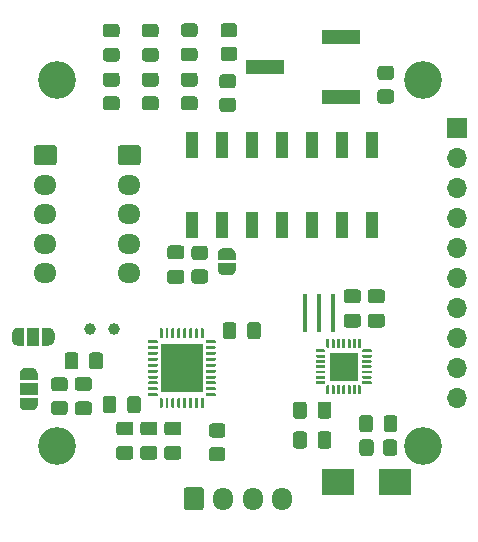
<source format=gts>
G04 #@! TF.GenerationSoftware,KiCad,Pcbnew,(5.1.12-1-10_14)*
G04 #@! TF.CreationDate,2021-12-21T11:16:05-05:00*
G04 #@! TF.ProjectId,FlowerPeripheral,466c6f77-6572-4506-9572-697068657261,rev?*
G04 #@! TF.SameCoordinates,Original*
G04 #@! TF.FileFunction,Soldermask,Top*
G04 #@! TF.FilePolarity,Negative*
%FSLAX46Y46*%
G04 Gerber Fmt 4.6, Leading zero omitted, Abs format (unit mm)*
G04 Created by KiCad (PCBNEW (5.1.12-1-10_14)) date 2021-12-21 11:16:05*
%MOMM*%
%LPD*%
G01*
G04 APERTURE LIST*
%ADD10R,0.400000X3.200000*%
%ADD11C,1.000000*%
%ADD12C,0.100000*%
%ADD13R,2.400000X2.400000*%
%ADD14C,3.200000*%
%ADD15O,1.700000X1.950000*%
%ADD16O,1.950000X1.700000*%
%ADD17R,1.120000X2.160000*%
%ADD18R,2.800000X2.200000*%
%ADD19R,3.600000X4.100000*%
%ADD20R,3.300000X1.190000*%
%ADD21R,1.700000X1.700000*%
%ADD22O,1.700000X1.700000*%
%ADD23R,1.000000X1.500000*%
%ADD24R,1.500000X1.000000*%
G04 APERTURE END LIST*
G36*
G01*
X131175000Y-105775000D02*
X131175000Y-104825000D01*
G75*
G02*
X131425000Y-104575000I250000J0D01*
G01*
X132100000Y-104575000D01*
G75*
G02*
X132350000Y-104825000I0J-250000D01*
G01*
X132350000Y-105775000D01*
G75*
G02*
X132100000Y-106025000I-250000J0D01*
G01*
X131425000Y-106025000D01*
G75*
G02*
X131175000Y-105775000I0J250000D01*
G01*
G37*
G36*
G01*
X133250000Y-105775000D02*
X133250000Y-104825000D01*
G75*
G02*
X133500000Y-104575000I250000J0D01*
G01*
X134175000Y-104575000D01*
G75*
G02*
X134425000Y-104825000I0J-250000D01*
G01*
X134425000Y-105775000D01*
G75*
G02*
X134175000Y-106025000I-250000J0D01*
G01*
X133500000Y-106025000D01*
G75*
G02*
X133250000Y-105775000I0J250000D01*
G01*
G37*
D10*
X153892100Y-101282500D03*
X152692100Y-101282500D03*
X151492100Y-101282500D03*
G36*
G01*
X158043900Y-100413400D02*
X157093900Y-100413400D01*
G75*
G02*
X156843900Y-100163400I0J250000D01*
G01*
X156843900Y-99488400D01*
G75*
G02*
X157093900Y-99238400I250000J0D01*
G01*
X158043900Y-99238400D01*
G75*
G02*
X158293900Y-99488400I0J-250000D01*
G01*
X158293900Y-100163400D01*
G75*
G02*
X158043900Y-100413400I-250000J0D01*
G01*
G37*
G36*
G01*
X158043900Y-102488400D02*
X157093900Y-102488400D01*
G75*
G02*
X156843900Y-102238400I0J250000D01*
G01*
X156843900Y-101563400D01*
G75*
G02*
X157093900Y-101313400I250000J0D01*
G01*
X158043900Y-101313400D01*
G75*
G02*
X158293900Y-101563400I0J-250000D01*
G01*
X158293900Y-102238400D01*
G75*
G02*
X158043900Y-102488400I-250000J0D01*
G01*
G37*
G36*
G01*
X156011900Y-102488400D02*
X155061900Y-102488400D01*
G75*
G02*
X154811900Y-102238400I0J250000D01*
G01*
X154811900Y-101563400D01*
G75*
G02*
X155061900Y-101313400I250000J0D01*
G01*
X156011900Y-101313400D01*
G75*
G02*
X156261900Y-101563400I0J-250000D01*
G01*
X156261900Y-102238400D01*
G75*
G02*
X156011900Y-102488400I-250000J0D01*
G01*
G37*
G36*
G01*
X156011900Y-100413400D02*
X155061900Y-100413400D01*
G75*
G02*
X154811900Y-100163400I0J250000D01*
G01*
X154811900Y-99488400D01*
G75*
G02*
X155061900Y-99238400I250000J0D01*
G01*
X156011900Y-99238400D01*
G75*
G02*
X156261900Y-99488400I0J-250000D01*
G01*
X156261900Y-100163400D01*
G75*
G02*
X156011900Y-100413400I-250000J0D01*
G01*
G37*
G36*
G01*
X139868000Y-112510000D02*
X140818000Y-112510000D01*
G75*
G02*
X141068000Y-112760000I0J-250000D01*
G01*
X141068000Y-113435000D01*
G75*
G02*
X140818000Y-113685000I-250000J0D01*
G01*
X139868000Y-113685000D01*
G75*
G02*
X139618000Y-113435000I0J250000D01*
G01*
X139618000Y-112760000D01*
G75*
G02*
X139868000Y-112510000I250000J0D01*
G01*
G37*
G36*
G01*
X139868000Y-110435000D02*
X140818000Y-110435000D01*
G75*
G02*
X141068000Y-110685000I0J-250000D01*
G01*
X141068000Y-111360000D01*
G75*
G02*
X140818000Y-111610000I-250000J0D01*
G01*
X139868000Y-111610000D01*
G75*
G02*
X139618000Y-111360000I0J250000D01*
G01*
X139618000Y-110685000D01*
G75*
G02*
X139868000Y-110435000I250000J0D01*
G01*
G37*
D11*
X135382000Y-102616000D03*
D12*
G36*
X156286799Y-104127305D02*
G01*
X156283242Y-104139030D01*
X156277467Y-104149835D01*
X156269694Y-104159306D01*
X156206306Y-104222694D01*
X156196835Y-104230467D01*
X156186030Y-104236242D01*
X156174305Y-104239799D01*
X156162112Y-104241000D01*
X156100500Y-104241000D01*
X156088307Y-104239799D01*
X156076582Y-104236242D01*
X156065777Y-104230467D01*
X156056306Y-104222694D01*
X156048533Y-104213223D01*
X156042758Y-104202418D01*
X156039201Y-104190693D01*
X156038000Y-104178500D01*
X156038000Y-103503500D01*
X156039201Y-103491307D01*
X156042758Y-103479582D01*
X156048533Y-103468777D01*
X156056306Y-103459306D01*
X156065777Y-103451533D01*
X156076582Y-103445758D01*
X156088307Y-103442201D01*
X156100500Y-103441000D01*
X156225500Y-103441000D01*
X156237693Y-103442201D01*
X156249418Y-103445758D01*
X156260223Y-103451533D01*
X156269694Y-103459306D01*
X156277467Y-103468777D01*
X156283242Y-103479582D01*
X156286799Y-103491307D01*
X156288000Y-103503500D01*
X156288000Y-104115112D01*
X156286799Y-104127305D01*
G37*
G36*
G01*
X155650500Y-103441000D02*
X155775500Y-103441000D01*
G75*
G02*
X155838000Y-103503500I0J-62500D01*
G01*
X155838000Y-104178500D01*
G75*
G02*
X155775500Y-104241000I-62500J0D01*
G01*
X155650500Y-104241000D01*
G75*
G02*
X155588000Y-104178500I0J62500D01*
G01*
X155588000Y-103503500D01*
G75*
G02*
X155650500Y-103441000I62500J0D01*
G01*
G37*
G36*
G01*
X155200500Y-103441000D02*
X155325500Y-103441000D01*
G75*
G02*
X155388000Y-103503500I0J-62500D01*
G01*
X155388000Y-104178500D01*
G75*
G02*
X155325500Y-104241000I-62500J0D01*
G01*
X155200500Y-104241000D01*
G75*
G02*
X155138000Y-104178500I0J62500D01*
G01*
X155138000Y-103503500D01*
G75*
G02*
X155200500Y-103441000I62500J0D01*
G01*
G37*
G36*
G01*
X154750500Y-103441000D02*
X154875500Y-103441000D01*
G75*
G02*
X154938000Y-103503500I0J-62500D01*
G01*
X154938000Y-104178500D01*
G75*
G02*
X154875500Y-104241000I-62500J0D01*
G01*
X154750500Y-104241000D01*
G75*
G02*
X154688000Y-104178500I0J62500D01*
G01*
X154688000Y-103503500D01*
G75*
G02*
X154750500Y-103441000I62500J0D01*
G01*
G37*
G36*
G01*
X154300500Y-103441000D02*
X154425500Y-103441000D01*
G75*
G02*
X154488000Y-103503500I0J-62500D01*
G01*
X154488000Y-104178500D01*
G75*
G02*
X154425500Y-104241000I-62500J0D01*
G01*
X154300500Y-104241000D01*
G75*
G02*
X154238000Y-104178500I0J62500D01*
G01*
X154238000Y-103503500D01*
G75*
G02*
X154300500Y-103441000I62500J0D01*
G01*
G37*
G36*
G01*
X153850500Y-103441000D02*
X153975500Y-103441000D01*
G75*
G02*
X154038000Y-103503500I0J-62500D01*
G01*
X154038000Y-104178500D01*
G75*
G02*
X153975500Y-104241000I-62500J0D01*
G01*
X153850500Y-104241000D01*
G75*
G02*
X153788000Y-104178500I0J62500D01*
G01*
X153788000Y-103503500D01*
G75*
G02*
X153850500Y-103441000I62500J0D01*
G01*
G37*
G36*
X153586799Y-104190693D02*
G01*
X153583242Y-104202418D01*
X153577467Y-104213223D01*
X153569694Y-104222694D01*
X153560223Y-104230467D01*
X153549418Y-104236242D01*
X153537693Y-104239799D01*
X153525500Y-104241000D01*
X153463888Y-104241000D01*
X153451695Y-104239799D01*
X153439970Y-104236242D01*
X153429165Y-104230467D01*
X153419694Y-104222694D01*
X153356306Y-104159306D01*
X153348533Y-104149835D01*
X153342758Y-104139030D01*
X153339201Y-104127305D01*
X153338000Y-104115112D01*
X153338000Y-103503500D01*
X153339201Y-103491307D01*
X153342758Y-103479582D01*
X153348533Y-103468777D01*
X153356306Y-103459306D01*
X153365777Y-103451533D01*
X153376582Y-103445758D01*
X153388307Y-103442201D01*
X153400500Y-103441000D01*
X153525500Y-103441000D01*
X153537693Y-103442201D01*
X153549418Y-103445758D01*
X153560223Y-103451533D01*
X153569694Y-103459306D01*
X153577467Y-103468777D01*
X153583242Y-103479582D01*
X153586799Y-103491307D01*
X153588000Y-103503500D01*
X153588000Y-104178500D01*
X153586799Y-104190693D01*
G37*
G36*
X153261799Y-104515693D02*
G01*
X153258242Y-104527418D01*
X153252467Y-104538223D01*
X153244694Y-104547694D01*
X153235223Y-104555467D01*
X153224418Y-104561242D01*
X153212693Y-104564799D01*
X153200500Y-104566000D01*
X152525500Y-104566000D01*
X152513307Y-104564799D01*
X152501582Y-104561242D01*
X152490777Y-104555467D01*
X152481306Y-104547694D01*
X152473533Y-104538223D01*
X152467758Y-104527418D01*
X152464201Y-104515693D01*
X152463000Y-104503500D01*
X152463000Y-104378500D01*
X152464201Y-104366307D01*
X152467758Y-104354582D01*
X152473533Y-104343777D01*
X152481306Y-104334306D01*
X152490777Y-104326533D01*
X152501582Y-104320758D01*
X152513307Y-104317201D01*
X152525500Y-104316000D01*
X153137112Y-104316000D01*
X153149305Y-104317201D01*
X153161030Y-104320758D01*
X153171835Y-104326533D01*
X153181306Y-104334306D01*
X153244694Y-104397694D01*
X153252467Y-104407165D01*
X153258242Y-104417970D01*
X153261799Y-104429695D01*
X153263000Y-104441888D01*
X153263000Y-104503500D01*
X153261799Y-104515693D01*
G37*
G36*
G01*
X152525500Y-104766000D02*
X153200500Y-104766000D01*
G75*
G02*
X153263000Y-104828500I0J-62500D01*
G01*
X153263000Y-104953500D01*
G75*
G02*
X153200500Y-105016000I-62500J0D01*
G01*
X152525500Y-105016000D01*
G75*
G02*
X152463000Y-104953500I0J62500D01*
G01*
X152463000Y-104828500D01*
G75*
G02*
X152525500Y-104766000I62500J0D01*
G01*
G37*
G36*
G01*
X152525500Y-105216000D02*
X153200500Y-105216000D01*
G75*
G02*
X153263000Y-105278500I0J-62500D01*
G01*
X153263000Y-105403500D01*
G75*
G02*
X153200500Y-105466000I-62500J0D01*
G01*
X152525500Y-105466000D01*
G75*
G02*
X152463000Y-105403500I0J62500D01*
G01*
X152463000Y-105278500D01*
G75*
G02*
X152525500Y-105216000I62500J0D01*
G01*
G37*
G36*
G01*
X152525500Y-105666000D02*
X153200500Y-105666000D01*
G75*
G02*
X153263000Y-105728500I0J-62500D01*
G01*
X153263000Y-105853500D01*
G75*
G02*
X153200500Y-105916000I-62500J0D01*
G01*
X152525500Y-105916000D01*
G75*
G02*
X152463000Y-105853500I0J62500D01*
G01*
X152463000Y-105728500D01*
G75*
G02*
X152525500Y-105666000I62500J0D01*
G01*
G37*
G36*
G01*
X152525500Y-106116000D02*
X153200500Y-106116000D01*
G75*
G02*
X153263000Y-106178500I0J-62500D01*
G01*
X153263000Y-106303500D01*
G75*
G02*
X153200500Y-106366000I-62500J0D01*
G01*
X152525500Y-106366000D01*
G75*
G02*
X152463000Y-106303500I0J62500D01*
G01*
X152463000Y-106178500D01*
G75*
G02*
X152525500Y-106116000I62500J0D01*
G01*
G37*
G36*
G01*
X152525500Y-106566000D02*
X153200500Y-106566000D01*
G75*
G02*
X153263000Y-106628500I0J-62500D01*
G01*
X153263000Y-106753500D01*
G75*
G02*
X153200500Y-106816000I-62500J0D01*
G01*
X152525500Y-106816000D01*
G75*
G02*
X152463000Y-106753500I0J62500D01*
G01*
X152463000Y-106628500D01*
G75*
G02*
X152525500Y-106566000I62500J0D01*
G01*
G37*
G36*
X153261799Y-107152305D02*
G01*
X153258242Y-107164030D01*
X153252467Y-107174835D01*
X153244694Y-107184306D01*
X153181306Y-107247694D01*
X153171835Y-107255467D01*
X153161030Y-107261242D01*
X153149305Y-107264799D01*
X153137112Y-107266000D01*
X152525500Y-107266000D01*
X152513307Y-107264799D01*
X152501582Y-107261242D01*
X152490777Y-107255467D01*
X152481306Y-107247694D01*
X152473533Y-107238223D01*
X152467758Y-107227418D01*
X152464201Y-107215693D01*
X152463000Y-107203500D01*
X152463000Y-107078500D01*
X152464201Y-107066307D01*
X152467758Y-107054582D01*
X152473533Y-107043777D01*
X152481306Y-107034306D01*
X152490777Y-107026533D01*
X152501582Y-107020758D01*
X152513307Y-107017201D01*
X152525500Y-107016000D01*
X153200500Y-107016000D01*
X153212693Y-107017201D01*
X153224418Y-107020758D01*
X153235223Y-107026533D01*
X153244694Y-107034306D01*
X153252467Y-107043777D01*
X153258242Y-107054582D01*
X153261799Y-107066307D01*
X153263000Y-107078500D01*
X153263000Y-107140112D01*
X153261799Y-107152305D01*
G37*
G36*
X153586799Y-108090693D02*
G01*
X153583242Y-108102418D01*
X153577467Y-108113223D01*
X153569694Y-108122694D01*
X153560223Y-108130467D01*
X153549418Y-108136242D01*
X153537693Y-108139799D01*
X153525500Y-108141000D01*
X153400500Y-108141000D01*
X153388307Y-108139799D01*
X153376582Y-108136242D01*
X153365777Y-108130467D01*
X153356306Y-108122694D01*
X153348533Y-108113223D01*
X153342758Y-108102418D01*
X153339201Y-108090693D01*
X153338000Y-108078500D01*
X153338000Y-107466888D01*
X153339201Y-107454695D01*
X153342758Y-107442970D01*
X153348533Y-107432165D01*
X153356306Y-107422694D01*
X153419694Y-107359306D01*
X153429165Y-107351533D01*
X153439970Y-107345758D01*
X153451695Y-107342201D01*
X153463888Y-107341000D01*
X153525500Y-107341000D01*
X153537693Y-107342201D01*
X153549418Y-107345758D01*
X153560223Y-107351533D01*
X153569694Y-107359306D01*
X153577467Y-107368777D01*
X153583242Y-107379582D01*
X153586799Y-107391307D01*
X153588000Y-107403500D01*
X153588000Y-108078500D01*
X153586799Y-108090693D01*
G37*
G36*
G01*
X153850500Y-107341000D02*
X153975500Y-107341000D01*
G75*
G02*
X154038000Y-107403500I0J-62500D01*
G01*
X154038000Y-108078500D01*
G75*
G02*
X153975500Y-108141000I-62500J0D01*
G01*
X153850500Y-108141000D01*
G75*
G02*
X153788000Y-108078500I0J62500D01*
G01*
X153788000Y-107403500D01*
G75*
G02*
X153850500Y-107341000I62500J0D01*
G01*
G37*
G36*
G01*
X154300500Y-107341000D02*
X154425500Y-107341000D01*
G75*
G02*
X154488000Y-107403500I0J-62500D01*
G01*
X154488000Y-108078500D01*
G75*
G02*
X154425500Y-108141000I-62500J0D01*
G01*
X154300500Y-108141000D01*
G75*
G02*
X154238000Y-108078500I0J62500D01*
G01*
X154238000Y-107403500D01*
G75*
G02*
X154300500Y-107341000I62500J0D01*
G01*
G37*
G36*
G01*
X154750500Y-107341000D02*
X154875500Y-107341000D01*
G75*
G02*
X154938000Y-107403500I0J-62500D01*
G01*
X154938000Y-108078500D01*
G75*
G02*
X154875500Y-108141000I-62500J0D01*
G01*
X154750500Y-108141000D01*
G75*
G02*
X154688000Y-108078500I0J62500D01*
G01*
X154688000Y-107403500D01*
G75*
G02*
X154750500Y-107341000I62500J0D01*
G01*
G37*
G36*
G01*
X155200500Y-107341000D02*
X155325500Y-107341000D01*
G75*
G02*
X155388000Y-107403500I0J-62500D01*
G01*
X155388000Y-108078500D01*
G75*
G02*
X155325500Y-108141000I-62500J0D01*
G01*
X155200500Y-108141000D01*
G75*
G02*
X155138000Y-108078500I0J62500D01*
G01*
X155138000Y-107403500D01*
G75*
G02*
X155200500Y-107341000I62500J0D01*
G01*
G37*
G36*
G01*
X155650500Y-107341000D02*
X155775500Y-107341000D01*
G75*
G02*
X155838000Y-107403500I0J-62500D01*
G01*
X155838000Y-108078500D01*
G75*
G02*
X155775500Y-108141000I-62500J0D01*
G01*
X155650500Y-108141000D01*
G75*
G02*
X155588000Y-108078500I0J62500D01*
G01*
X155588000Y-107403500D01*
G75*
G02*
X155650500Y-107341000I62500J0D01*
G01*
G37*
G36*
X156286799Y-108090693D02*
G01*
X156283242Y-108102418D01*
X156277467Y-108113223D01*
X156269694Y-108122694D01*
X156260223Y-108130467D01*
X156249418Y-108136242D01*
X156237693Y-108139799D01*
X156225500Y-108141000D01*
X156100500Y-108141000D01*
X156088307Y-108139799D01*
X156076582Y-108136242D01*
X156065777Y-108130467D01*
X156056306Y-108122694D01*
X156048533Y-108113223D01*
X156042758Y-108102418D01*
X156039201Y-108090693D01*
X156038000Y-108078500D01*
X156038000Y-107403500D01*
X156039201Y-107391307D01*
X156042758Y-107379582D01*
X156048533Y-107368777D01*
X156056306Y-107359306D01*
X156065777Y-107351533D01*
X156076582Y-107345758D01*
X156088307Y-107342201D01*
X156100500Y-107341000D01*
X156162112Y-107341000D01*
X156174305Y-107342201D01*
X156186030Y-107345758D01*
X156196835Y-107351533D01*
X156206306Y-107359306D01*
X156269694Y-107422694D01*
X156277467Y-107432165D01*
X156283242Y-107442970D01*
X156286799Y-107454695D01*
X156288000Y-107466888D01*
X156288000Y-108078500D01*
X156286799Y-108090693D01*
G37*
G36*
X157161799Y-107215693D02*
G01*
X157158242Y-107227418D01*
X157152467Y-107238223D01*
X157144694Y-107247694D01*
X157135223Y-107255467D01*
X157124418Y-107261242D01*
X157112693Y-107264799D01*
X157100500Y-107266000D01*
X156488888Y-107266000D01*
X156476695Y-107264799D01*
X156464970Y-107261242D01*
X156454165Y-107255467D01*
X156444694Y-107247694D01*
X156381306Y-107184306D01*
X156373533Y-107174835D01*
X156367758Y-107164030D01*
X156364201Y-107152305D01*
X156363000Y-107140112D01*
X156363000Y-107078500D01*
X156364201Y-107066307D01*
X156367758Y-107054582D01*
X156373533Y-107043777D01*
X156381306Y-107034306D01*
X156390777Y-107026533D01*
X156401582Y-107020758D01*
X156413307Y-107017201D01*
X156425500Y-107016000D01*
X157100500Y-107016000D01*
X157112693Y-107017201D01*
X157124418Y-107020758D01*
X157135223Y-107026533D01*
X157144694Y-107034306D01*
X157152467Y-107043777D01*
X157158242Y-107054582D01*
X157161799Y-107066307D01*
X157163000Y-107078500D01*
X157163000Y-107203500D01*
X157161799Y-107215693D01*
G37*
G36*
G01*
X156425500Y-106566000D02*
X157100500Y-106566000D01*
G75*
G02*
X157163000Y-106628500I0J-62500D01*
G01*
X157163000Y-106753500D01*
G75*
G02*
X157100500Y-106816000I-62500J0D01*
G01*
X156425500Y-106816000D01*
G75*
G02*
X156363000Y-106753500I0J62500D01*
G01*
X156363000Y-106628500D01*
G75*
G02*
X156425500Y-106566000I62500J0D01*
G01*
G37*
G36*
G01*
X156425500Y-106116000D02*
X157100500Y-106116000D01*
G75*
G02*
X157163000Y-106178500I0J-62500D01*
G01*
X157163000Y-106303500D01*
G75*
G02*
X157100500Y-106366000I-62500J0D01*
G01*
X156425500Y-106366000D01*
G75*
G02*
X156363000Y-106303500I0J62500D01*
G01*
X156363000Y-106178500D01*
G75*
G02*
X156425500Y-106116000I62500J0D01*
G01*
G37*
G36*
G01*
X156425500Y-105666000D02*
X157100500Y-105666000D01*
G75*
G02*
X157163000Y-105728500I0J-62500D01*
G01*
X157163000Y-105853500D01*
G75*
G02*
X157100500Y-105916000I-62500J0D01*
G01*
X156425500Y-105916000D01*
G75*
G02*
X156363000Y-105853500I0J62500D01*
G01*
X156363000Y-105728500D01*
G75*
G02*
X156425500Y-105666000I62500J0D01*
G01*
G37*
G36*
G01*
X156425500Y-105216000D02*
X157100500Y-105216000D01*
G75*
G02*
X157163000Y-105278500I0J-62500D01*
G01*
X157163000Y-105403500D01*
G75*
G02*
X157100500Y-105466000I-62500J0D01*
G01*
X156425500Y-105466000D01*
G75*
G02*
X156363000Y-105403500I0J62500D01*
G01*
X156363000Y-105278500D01*
G75*
G02*
X156425500Y-105216000I62500J0D01*
G01*
G37*
G36*
G01*
X156425500Y-104766000D02*
X157100500Y-104766000D01*
G75*
G02*
X157163000Y-104828500I0J-62500D01*
G01*
X157163000Y-104953500D01*
G75*
G02*
X157100500Y-105016000I-62500J0D01*
G01*
X156425500Y-105016000D01*
G75*
G02*
X156363000Y-104953500I0J62500D01*
G01*
X156363000Y-104828500D01*
G75*
G02*
X156425500Y-104766000I62500J0D01*
G01*
G37*
G36*
X157161799Y-104515693D02*
G01*
X157158242Y-104527418D01*
X157152467Y-104538223D01*
X157144694Y-104547694D01*
X157135223Y-104555467D01*
X157124418Y-104561242D01*
X157112693Y-104564799D01*
X157100500Y-104566000D01*
X156425500Y-104566000D01*
X156413307Y-104564799D01*
X156401582Y-104561242D01*
X156390777Y-104555467D01*
X156381306Y-104547694D01*
X156373533Y-104538223D01*
X156367758Y-104527418D01*
X156364201Y-104515693D01*
X156363000Y-104503500D01*
X156363000Y-104441888D01*
X156364201Y-104429695D01*
X156367758Y-104417970D01*
X156373533Y-104407165D01*
X156381306Y-104397694D01*
X156444694Y-104334306D01*
X156454165Y-104326533D01*
X156464970Y-104320758D01*
X156476695Y-104317201D01*
X156488888Y-104316000D01*
X157100500Y-104316000D01*
X157112693Y-104317201D01*
X157124418Y-104320758D01*
X157135223Y-104326533D01*
X157144694Y-104334306D01*
X157152467Y-104343777D01*
X157158242Y-104354582D01*
X157161799Y-104366307D01*
X157163000Y-104378500D01*
X157163000Y-104503500D01*
X157161799Y-104515693D01*
G37*
D13*
X154813000Y-105791000D03*
D11*
X133350000Y-102616000D03*
D12*
G36*
X144157000Y-96751000D02*
G01*
X144157000Y-96251000D01*
X144157602Y-96251000D01*
X144157602Y-96226466D01*
X144162412Y-96177635D01*
X144171984Y-96129510D01*
X144186228Y-96082555D01*
X144205005Y-96037222D01*
X144228136Y-95993949D01*
X144255396Y-95953150D01*
X144286524Y-95915221D01*
X144321221Y-95880524D01*
X144359150Y-95849396D01*
X144399949Y-95822136D01*
X144443222Y-95799005D01*
X144488555Y-95780228D01*
X144535510Y-95765984D01*
X144583635Y-95756412D01*
X144632466Y-95751602D01*
X144657000Y-95751602D01*
X144657000Y-95751000D01*
X145157000Y-95751000D01*
X145157000Y-95751602D01*
X145181534Y-95751602D01*
X145230365Y-95756412D01*
X145278490Y-95765984D01*
X145325445Y-95780228D01*
X145370778Y-95799005D01*
X145414051Y-95822136D01*
X145454850Y-95849396D01*
X145492779Y-95880524D01*
X145527476Y-95915221D01*
X145558604Y-95953150D01*
X145585864Y-95993949D01*
X145608995Y-96037222D01*
X145627772Y-96082555D01*
X145642016Y-96129510D01*
X145651588Y-96177635D01*
X145656398Y-96226466D01*
X145656398Y-96251000D01*
X145657000Y-96251000D01*
X145657000Y-96751000D01*
X144157000Y-96751000D01*
G37*
G36*
X145656398Y-97551000D02*
G01*
X145656398Y-97575534D01*
X145651588Y-97624365D01*
X145642016Y-97672490D01*
X145627772Y-97719445D01*
X145608995Y-97764778D01*
X145585864Y-97808051D01*
X145558604Y-97848850D01*
X145527476Y-97886779D01*
X145492779Y-97921476D01*
X145454850Y-97952604D01*
X145414051Y-97979864D01*
X145370778Y-98002995D01*
X145325445Y-98021772D01*
X145278490Y-98036016D01*
X145230365Y-98045588D01*
X145181534Y-98050398D01*
X145157000Y-98050398D01*
X145157000Y-98051000D01*
X144657000Y-98051000D01*
X144657000Y-98050398D01*
X144632466Y-98050398D01*
X144583635Y-98045588D01*
X144535510Y-98036016D01*
X144488555Y-98021772D01*
X144443222Y-98002995D01*
X144399949Y-97979864D01*
X144359150Y-97952604D01*
X144321221Y-97921476D01*
X144286524Y-97886779D01*
X144255396Y-97848850D01*
X144228136Y-97808051D01*
X144205005Y-97764778D01*
X144186228Y-97719445D01*
X144171984Y-97672490D01*
X144162412Y-97624365D01*
X144157602Y-97575534D01*
X144157602Y-97551000D01*
X144157000Y-97551000D01*
X144157000Y-97051000D01*
X145657000Y-97051000D01*
X145657000Y-97551000D01*
X145656398Y-97551000D01*
G37*
G36*
G01*
X135567000Y-108525000D02*
X135567000Y-109475000D01*
G75*
G02*
X135317000Y-109725000I-250000J0D01*
G01*
X134642000Y-109725000D01*
G75*
G02*
X134392000Y-109475000I0J250000D01*
G01*
X134392000Y-108525000D01*
G75*
G02*
X134642000Y-108275000I250000J0D01*
G01*
X135317000Y-108275000D01*
G75*
G02*
X135567000Y-108525000I0J-250000D01*
G01*
G37*
G36*
G01*
X137642000Y-108525000D02*
X137642000Y-109475000D01*
G75*
G02*
X137392000Y-109725000I-250000J0D01*
G01*
X136717000Y-109725000D01*
G75*
G02*
X136467000Y-109475000I0J250000D01*
G01*
X136467000Y-108525000D01*
G75*
G02*
X136717000Y-108275000I250000J0D01*
G01*
X137392000Y-108275000D01*
G75*
G02*
X137642000Y-108525000I0J-250000D01*
G01*
G37*
G36*
G01*
X144552000Y-103218000D02*
X144552000Y-102268000D01*
G75*
G02*
X144802000Y-102018000I250000J0D01*
G01*
X145477000Y-102018000D01*
G75*
G02*
X145727000Y-102268000I0J-250000D01*
G01*
X145727000Y-103218000D01*
G75*
G02*
X145477000Y-103468000I-250000J0D01*
G01*
X144802000Y-103468000D01*
G75*
G02*
X144552000Y-103218000I0J250000D01*
G01*
G37*
G36*
G01*
X146627000Y-103218000D02*
X146627000Y-102268000D01*
G75*
G02*
X146877000Y-102018000I250000J0D01*
G01*
X147552000Y-102018000D01*
G75*
G02*
X147802000Y-102268000I0J-250000D01*
G01*
X147802000Y-103218000D01*
G75*
G02*
X147552000Y-103468000I-250000J0D01*
G01*
X146877000Y-103468000D01*
G75*
G02*
X146627000Y-103218000I0J250000D01*
G01*
G37*
G36*
G01*
X133244000Y-107838000D02*
X132294000Y-107838000D01*
G75*
G02*
X132044000Y-107588000I0J250000D01*
G01*
X132044000Y-106913000D01*
G75*
G02*
X132294000Y-106663000I250000J0D01*
G01*
X133244000Y-106663000D01*
G75*
G02*
X133494000Y-106913000I0J-250000D01*
G01*
X133494000Y-107588000D01*
G75*
G02*
X133244000Y-107838000I-250000J0D01*
G01*
G37*
G36*
G01*
X133244000Y-109913000D02*
X132294000Y-109913000D01*
G75*
G02*
X132044000Y-109663000I0J250000D01*
G01*
X132044000Y-108988000D01*
G75*
G02*
X132294000Y-108738000I250000J0D01*
G01*
X133244000Y-108738000D01*
G75*
G02*
X133494000Y-108988000I0J-250000D01*
G01*
X133494000Y-109663000D01*
G75*
G02*
X133244000Y-109913000I-250000J0D01*
G01*
G37*
G36*
G01*
X137836000Y-110435000D02*
X138786000Y-110435000D01*
G75*
G02*
X139036000Y-110685000I0J-250000D01*
G01*
X139036000Y-111360000D01*
G75*
G02*
X138786000Y-111610000I-250000J0D01*
G01*
X137836000Y-111610000D01*
G75*
G02*
X137586000Y-111360000I0J250000D01*
G01*
X137586000Y-110685000D01*
G75*
G02*
X137836000Y-110435000I250000J0D01*
G01*
G37*
G36*
G01*
X137836000Y-112510000D02*
X138786000Y-112510000D01*
G75*
G02*
X139036000Y-112760000I0J-250000D01*
G01*
X139036000Y-113435000D01*
G75*
G02*
X138786000Y-113685000I-250000J0D01*
G01*
X137836000Y-113685000D01*
G75*
G02*
X137586000Y-113435000I0J250000D01*
G01*
X137586000Y-112760000D01*
G75*
G02*
X137836000Y-112510000I250000J0D01*
G01*
G37*
G36*
G01*
X141064000Y-96705000D02*
X140114000Y-96705000D01*
G75*
G02*
X139864000Y-96455000I0J250000D01*
G01*
X139864000Y-95780000D01*
G75*
G02*
X140114000Y-95530000I250000J0D01*
G01*
X141064000Y-95530000D01*
G75*
G02*
X141314000Y-95780000I0J-250000D01*
G01*
X141314000Y-96455000D01*
G75*
G02*
X141064000Y-96705000I-250000J0D01*
G01*
G37*
G36*
G01*
X141064000Y-98780000D02*
X140114000Y-98780000D01*
G75*
G02*
X139864000Y-98530000I0J250000D01*
G01*
X139864000Y-97855000D01*
G75*
G02*
X140114000Y-97605000I250000J0D01*
G01*
X141064000Y-97605000D01*
G75*
G02*
X141314000Y-97855000I0J-250000D01*
G01*
X141314000Y-98530000D01*
G75*
G02*
X141064000Y-98780000I-250000J0D01*
G01*
G37*
G36*
G01*
X136754000Y-113685000D02*
X135804000Y-113685000D01*
G75*
G02*
X135554000Y-113435000I0J250000D01*
G01*
X135554000Y-112760000D01*
G75*
G02*
X135804000Y-112510000I250000J0D01*
G01*
X136754000Y-112510000D01*
G75*
G02*
X137004000Y-112760000I0J-250000D01*
G01*
X137004000Y-113435000D01*
G75*
G02*
X136754000Y-113685000I-250000J0D01*
G01*
G37*
G36*
G01*
X136754000Y-111610000D02*
X135804000Y-111610000D01*
G75*
G02*
X135554000Y-111360000I0J250000D01*
G01*
X135554000Y-110685000D01*
G75*
G02*
X135804000Y-110435000I250000J0D01*
G01*
X136754000Y-110435000D01*
G75*
G02*
X137004000Y-110685000I0J-250000D01*
G01*
X137004000Y-111360000D01*
G75*
G02*
X136754000Y-111610000I-250000J0D01*
G01*
G37*
G36*
G01*
X131187001Y-109888000D02*
X130286999Y-109888000D01*
G75*
G02*
X130037000Y-109638001I0J249999D01*
G01*
X130037000Y-108937999D01*
G75*
G02*
X130286999Y-108688000I249999J0D01*
G01*
X131187001Y-108688000D01*
G75*
G02*
X131437000Y-108937999I0J-249999D01*
G01*
X131437000Y-109638001D01*
G75*
G02*
X131187001Y-109888000I-249999J0D01*
G01*
G37*
G36*
G01*
X131187001Y-107888000D02*
X130286999Y-107888000D01*
G75*
G02*
X130037000Y-107638001I0J249999D01*
G01*
X130037000Y-106937999D01*
G75*
G02*
X130286999Y-106688000I249999J0D01*
G01*
X131187001Y-106688000D01*
G75*
G02*
X131437000Y-106937999I0J-249999D01*
G01*
X131437000Y-107638001D01*
G75*
G02*
X131187001Y-107888000I-249999J0D01*
G01*
G37*
G36*
G01*
X143649999Y-110600000D02*
X144550001Y-110600000D01*
G75*
G02*
X144800000Y-110849999I0J-249999D01*
G01*
X144800000Y-111550001D01*
G75*
G02*
X144550001Y-111800000I-249999J0D01*
G01*
X143649999Y-111800000D01*
G75*
G02*
X143400000Y-111550001I0J249999D01*
G01*
X143400000Y-110849999D01*
G75*
G02*
X143649999Y-110600000I249999J0D01*
G01*
G37*
G36*
G01*
X143649999Y-112600000D02*
X144550001Y-112600000D01*
G75*
G02*
X144800000Y-112849999I0J-249999D01*
G01*
X144800000Y-113550001D01*
G75*
G02*
X144550001Y-113800000I-249999J0D01*
G01*
X143649999Y-113800000D01*
G75*
G02*
X143400000Y-113550001I0J249999D01*
G01*
X143400000Y-112849999D01*
G75*
G02*
X143649999Y-112600000I249999J0D01*
G01*
G37*
G36*
G01*
X143071001Y-96755000D02*
X142170999Y-96755000D01*
G75*
G02*
X141921000Y-96505001I0J249999D01*
G01*
X141921000Y-95804999D01*
G75*
G02*
X142170999Y-95555000I249999J0D01*
G01*
X143071001Y-95555000D01*
G75*
G02*
X143321000Y-95804999I0J-249999D01*
G01*
X143321000Y-96505001D01*
G75*
G02*
X143071001Y-96755000I-249999J0D01*
G01*
G37*
G36*
G01*
X143071001Y-98755000D02*
X142170999Y-98755000D01*
G75*
G02*
X141921000Y-98505001I0J249999D01*
G01*
X141921000Y-97804999D01*
G75*
G02*
X142170999Y-97555000I249999J0D01*
G01*
X143071001Y-97555000D01*
G75*
G02*
X143321000Y-97804999I0J-249999D01*
G01*
X143321000Y-98505001D01*
G75*
G02*
X143071001Y-98755000I-249999J0D01*
G01*
G37*
D14*
X161500000Y-112500000D03*
X161500000Y-81500000D03*
X130500000Y-81500000D03*
X130500000Y-112500000D03*
G36*
G01*
X141263000Y-117692000D02*
X141263000Y-116242000D01*
G75*
G02*
X141513000Y-115992000I250000J0D01*
G01*
X142713000Y-115992000D01*
G75*
G02*
X142963000Y-116242000I0J-250000D01*
G01*
X142963000Y-117692000D01*
G75*
G02*
X142713000Y-117942000I-250000J0D01*
G01*
X141513000Y-117942000D01*
G75*
G02*
X141263000Y-117692000I0J250000D01*
G01*
G37*
D15*
X144613000Y-116967000D03*
X147113000Y-116967000D03*
X149613000Y-116967000D03*
D16*
X129540000Y-97884000D03*
X129540000Y-95384000D03*
X129540000Y-92884000D03*
X129540000Y-90384000D03*
G36*
G01*
X128815000Y-87034000D02*
X130265000Y-87034000D01*
G75*
G02*
X130515000Y-87284000I0J-250000D01*
G01*
X130515000Y-88484000D01*
G75*
G02*
X130265000Y-88734000I-250000J0D01*
G01*
X128815000Y-88734000D01*
G75*
G02*
X128565000Y-88484000I0J250000D01*
G01*
X128565000Y-87284000D01*
G75*
G02*
X128815000Y-87034000I250000J0D01*
G01*
G37*
G36*
G01*
X135927000Y-87034000D02*
X137377000Y-87034000D01*
G75*
G02*
X137627000Y-87284000I0J-250000D01*
G01*
X137627000Y-88484000D01*
G75*
G02*
X137377000Y-88734000I-250000J0D01*
G01*
X135927000Y-88734000D01*
G75*
G02*
X135677000Y-88484000I0J250000D01*
G01*
X135677000Y-87284000D01*
G75*
G02*
X135927000Y-87034000I250000J0D01*
G01*
G37*
X136652000Y-90384000D03*
X136652000Y-92884000D03*
X136652000Y-95384000D03*
X136652000Y-97884000D03*
D17*
X157226000Y-87059000D03*
X141986000Y-93789000D03*
X154686000Y-87059000D03*
X144526000Y-93789000D03*
X152146000Y-87059000D03*
X147066000Y-93789000D03*
X149606000Y-87059000D03*
X149606000Y-93789000D03*
X147066000Y-87059000D03*
X152146000Y-93789000D03*
X144526000Y-87059000D03*
X154686000Y-93789000D03*
X141986000Y-87059000D03*
X157226000Y-93789000D03*
G36*
G01*
X156109000Y-111092000D02*
X156109000Y-110142000D01*
G75*
G02*
X156359000Y-109892000I250000J0D01*
G01*
X157034000Y-109892000D01*
G75*
G02*
X157284000Y-110142000I0J-250000D01*
G01*
X157284000Y-111092000D01*
G75*
G02*
X157034000Y-111342000I-250000J0D01*
G01*
X156359000Y-111342000D01*
G75*
G02*
X156109000Y-111092000I0J250000D01*
G01*
G37*
G36*
G01*
X158184000Y-111092000D02*
X158184000Y-110142000D01*
G75*
G02*
X158434000Y-109892000I250000J0D01*
G01*
X159109000Y-109892000D01*
G75*
G02*
X159359000Y-110142000I0J-250000D01*
G01*
X159359000Y-111092000D01*
G75*
G02*
X159109000Y-111342000I-250000J0D01*
G01*
X158434000Y-111342000D01*
G75*
G02*
X158184000Y-111092000I0J250000D01*
G01*
G37*
G36*
G01*
X159334000Y-112198999D02*
X159334000Y-113099001D01*
G75*
G02*
X159084001Y-113349000I-249999J0D01*
G01*
X158383999Y-113349000D01*
G75*
G02*
X158134000Y-113099001I0J249999D01*
G01*
X158134000Y-112198999D01*
G75*
G02*
X158383999Y-111949000I249999J0D01*
G01*
X159084001Y-111949000D01*
G75*
G02*
X159334000Y-112198999I0J-249999D01*
G01*
G37*
G36*
G01*
X157334000Y-112198999D02*
X157334000Y-113099001D01*
G75*
G02*
X157084001Y-113349000I-249999J0D01*
G01*
X156383999Y-113349000D01*
G75*
G02*
X156134000Y-113099001I0J249999D01*
G01*
X156134000Y-112198999D01*
G75*
G02*
X156383999Y-111949000I249999J0D01*
G01*
X157084001Y-111949000D01*
G75*
G02*
X157334000Y-112198999I0J-249999D01*
G01*
G37*
D18*
X159118000Y-115570000D03*
X154318000Y-115570000D03*
G36*
G01*
X153771000Y-108999000D02*
X153771000Y-109949000D01*
G75*
G02*
X153521000Y-110199000I-250000J0D01*
G01*
X152846000Y-110199000D01*
G75*
G02*
X152596000Y-109949000I0J250000D01*
G01*
X152596000Y-108999000D01*
G75*
G02*
X152846000Y-108749000I250000J0D01*
G01*
X153521000Y-108749000D01*
G75*
G02*
X153771000Y-108999000I0J-250000D01*
G01*
G37*
G36*
G01*
X151696000Y-108999000D02*
X151696000Y-109949000D01*
G75*
G02*
X151446000Y-110199000I-250000J0D01*
G01*
X150771000Y-110199000D01*
G75*
G02*
X150521000Y-109949000I0J250000D01*
G01*
X150521000Y-108999000D01*
G75*
G02*
X150771000Y-108749000I250000J0D01*
G01*
X151446000Y-108749000D01*
G75*
G02*
X151696000Y-108999000I0J-250000D01*
G01*
G37*
G36*
G01*
X151696000Y-111525000D02*
X151696000Y-112475000D01*
G75*
G02*
X151446000Y-112725000I-250000J0D01*
G01*
X150771000Y-112725000D01*
G75*
G02*
X150521000Y-112475000I0J250000D01*
G01*
X150521000Y-111525000D01*
G75*
G02*
X150771000Y-111275000I250000J0D01*
G01*
X151446000Y-111275000D01*
G75*
G02*
X151696000Y-111525000I0J-250000D01*
G01*
G37*
G36*
G01*
X153771000Y-111525000D02*
X153771000Y-112475000D01*
G75*
G02*
X153521000Y-112725000I-250000J0D01*
G01*
X152846000Y-112725000D01*
G75*
G02*
X152596000Y-112475000I0J250000D01*
G01*
X152596000Y-111525000D01*
G75*
G02*
X152846000Y-111275000I250000J0D01*
G01*
X153521000Y-111275000D01*
G75*
G02*
X153771000Y-111525000I0J-250000D01*
G01*
G37*
G36*
G01*
X143972000Y-108105500D02*
X143972000Y-108230500D01*
G75*
G02*
X143909500Y-108293000I-62500J0D01*
G01*
X143184500Y-108293000D01*
G75*
G02*
X143122000Y-108230500I0J62500D01*
G01*
X143122000Y-108105500D01*
G75*
G02*
X143184500Y-108043000I62500J0D01*
G01*
X143909500Y-108043000D01*
G75*
G02*
X143972000Y-108105500I0J-62500D01*
G01*
G37*
G36*
G01*
X143972000Y-107605500D02*
X143972000Y-107730500D01*
G75*
G02*
X143909500Y-107793000I-62500J0D01*
G01*
X143184500Y-107793000D01*
G75*
G02*
X143122000Y-107730500I0J62500D01*
G01*
X143122000Y-107605500D01*
G75*
G02*
X143184500Y-107543000I62500J0D01*
G01*
X143909500Y-107543000D01*
G75*
G02*
X143972000Y-107605500I0J-62500D01*
G01*
G37*
G36*
G01*
X143972000Y-107105500D02*
X143972000Y-107230500D01*
G75*
G02*
X143909500Y-107293000I-62500J0D01*
G01*
X143184500Y-107293000D01*
G75*
G02*
X143122000Y-107230500I0J62500D01*
G01*
X143122000Y-107105500D01*
G75*
G02*
X143184500Y-107043000I62500J0D01*
G01*
X143909500Y-107043000D01*
G75*
G02*
X143972000Y-107105500I0J-62500D01*
G01*
G37*
G36*
G01*
X143972000Y-106605500D02*
X143972000Y-106730500D01*
G75*
G02*
X143909500Y-106793000I-62500J0D01*
G01*
X143184500Y-106793000D01*
G75*
G02*
X143122000Y-106730500I0J62500D01*
G01*
X143122000Y-106605500D01*
G75*
G02*
X143184500Y-106543000I62500J0D01*
G01*
X143909500Y-106543000D01*
G75*
G02*
X143972000Y-106605500I0J-62500D01*
G01*
G37*
G36*
G01*
X143972000Y-106105500D02*
X143972000Y-106230500D01*
G75*
G02*
X143909500Y-106293000I-62500J0D01*
G01*
X143184500Y-106293000D01*
G75*
G02*
X143122000Y-106230500I0J62500D01*
G01*
X143122000Y-106105500D01*
G75*
G02*
X143184500Y-106043000I62500J0D01*
G01*
X143909500Y-106043000D01*
G75*
G02*
X143972000Y-106105500I0J-62500D01*
G01*
G37*
G36*
G01*
X143972000Y-105605500D02*
X143972000Y-105730500D01*
G75*
G02*
X143909500Y-105793000I-62500J0D01*
G01*
X143184500Y-105793000D01*
G75*
G02*
X143122000Y-105730500I0J62500D01*
G01*
X143122000Y-105605500D01*
G75*
G02*
X143184500Y-105543000I62500J0D01*
G01*
X143909500Y-105543000D01*
G75*
G02*
X143972000Y-105605500I0J-62500D01*
G01*
G37*
G36*
G01*
X143972000Y-105105500D02*
X143972000Y-105230500D01*
G75*
G02*
X143909500Y-105293000I-62500J0D01*
G01*
X143184500Y-105293000D01*
G75*
G02*
X143122000Y-105230500I0J62500D01*
G01*
X143122000Y-105105500D01*
G75*
G02*
X143184500Y-105043000I62500J0D01*
G01*
X143909500Y-105043000D01*
G75*
G02*
X143972000Y-105105500I0J-62500D01*
G01*
G37*
G36*
G01*
X143972000Y-104605500D02*
X143972000Y-104730500D01*
G75*
G02*
X143909500Y-104793000I-62500J0D01*
G01*
X143184500Y-104793000D01*
G75*
G02*
X143122000Y-104730500I0J62500D01*
G01*
X143122000Y-104605500D01*
G75*
G02*
X143184500Y-104543000I62500J0D01*
G01*
X143909500Y-104543000D01*
G75*
G02*
X143972000Y-104605500I0J-62500D01*
G01*
G37*
G36*
G01*
X143972000Y-104105500D02*
X143972000Y-104230500D01*
G75*
G02*
X143909500Y-104293000I-62500J0D01*
G01*
X143184500Y-104293000D01*
G75*
G02*
X143122000Y-104230500I0J62500D01*
G01*
X143122000Y-104105500D01*
G75*
G02*
X143184500Y-104043000I62500J0D01*
G01*
X143909500Y-104043000D01*
G75*
G02*
X143972000Y-104105500I0J-62500D01*
G01*
G37*
G36*
G01*
X143972000Y-103605500D02*
X143972000Y-103730500D01*
G75*
G02*
X143909500Y-103793000I-62500J0D01*
G01*
X143184500Y-103793000D01*
G75*
G02*
X143122000Y-103730500I0J62500D01*
G01*
X143122000Y-103605500D01*
G75*
G02*
X143184500Y-103543000I62500J0D01*
G01*
X143909500Y-103543000D01*
G75*
G02*
X143972000Y-103605500I0J-62500D01*
G01*
G37*
G36*
G01*
X142972000Y-102605500D02*
X142972000Y-103330500D01*
G75*
G02*
X142909500Y-103393000I-62500J0D01*
G01*
X142784500Y-103393000D01*
G75*
G02*
X142722000Y-103330500I0J62500D01*
G01*
X142722000Y-102605500D01*
G75*
G02*
X142784500Y-102543000I62500J0D01*
G01*
X142909500Y-102543000D01*
G75*
G02*
X142972000Y-102605500I0J-62500D01*
G01*
G37*
G36*
G01*
X142472000Y-102605500D02*
X142472000Y-103330500D01*
G75*
G02*
X142409500Y-103393000I-62500J0D01*
G01*
X142284500Y-103393000D01*
G75*
G02*
X142222000Y-103330500I0J62500D01*
G01*
X142222000Y-102605500D01*
G75*
G02*
X142284500Y-102543000I62500J0D01*
G01*
X142409500Y-102543000D01*
G75*
G02*
X142472000Y-102605500I0J-62500D01*
G01*
G37*
G36*
G01*
X141972000Y-102605500D02*
X141972000Y-103330500D01*
G75*
G02*
X141909500Y-103393000I-62500J0D01*
G01*
X141784500Y-103393000D01*
G75*
G02*
X141722000Y-103330500I0J62500D01*
G01*
X141722000Y-102605500D01*
G75*
G02*
X141784500Y-102543000I62500J0D01*
G01*
X141909500Y-102543000D01*
G75*
G02*
X141972000Y-102605500I0J-62500D01*
G01*
G37*
G36*
G01*
X141472000Y-102605500D02*
X141472000Y-103330500D01*
G75*
G02*
X141409500Y-103393000I-62500J0D01*
G01*
X141284500Y-103393000D01*
G75*
G02*
X141222000Y-103330500I0J62500D01*
G01*
X141222000Y-102605500D01*
G75*
G02*
X141284500Y-102543000I62500J0D01*
G01*
X141409500Y-102543000D01*
G75*
G02*
X141472000Y-102605500I0J-62500D01*
G01*
G37*
G36*
G01*
X140972000Y-102605500D02*
X140972000Y-103330500D01*
G75*
G02*
X140909500Y-103393000I-62500J0D01*
G01*
X140784500Y-103393000D01*
G75*
G02*
X140722000Y-103330500I0J62500D01*
G01*
X140722000Y-102605500D01*
G75*
G02*
X140784500Y-102543000I62500J0D01*
G01*
X140909500Y-102543000D01*
G75*
G02*
X140972000Y-102605500I0J-62500D01*
G01*
G37*
G36*
G01*
X140472000Y-102605500D02*
X140472000Y-103330500D01*
G75*
G02*
X140409500Y-103393000I-62500J0D01*
G01*
X140284500Y-103393000D01*
G75*
G02*
X140222000Y-103330500I0J62500D01*
G01*
X140222000Y-102605500D01*
G75*
G02*
X140284500Y-102543000I62500J0D01*
G01*
X140409500Y-102543000D01*
G75*
G02*
X140472000Y-102605500I0J-62500D01*
G01*
G37*
G36*
G01*
X139972000Y-102605500D02*
X139972000Y-103330500D01*
G75*
G02*
X139909500Y-103393000I-62500J0D01*
G01*
X139784500Y-103393000D01*
G75*
G02*
X139722000Y-103330500I0J62500D01*
G01*
X139722000Y-102605500D01*
G75*
G02*
X139784500Y-102543000I62500J0D01*
G01*
X139909500Y-102543000D01*
G75*
G02*
X139972000Y-102605500I0J-62500D01*
G01*
G37*
G36*
G01*
X139472000Y-102605500D02*
X139472000Y-103330500D01*
G75*
G02*
X139409500Y-103393000I-62500J0D01*
G01*
X139284500Y-103393000D01*
G75*
G02*
X139222000Y-103330500I0J62500D01*
G01*
X139222000Y-102605500D01*
G75*
G02*
X139284500Y-102543000I62500J0D01*
G01*
X139409500Y-102543000D01*
G75*
G02*
X139472000Y-102605500I0J-62500D01*
G01*
G37*
G36*
G01*
X139072000Y-103605500D02*
X139072000Y-103730500D01*
G75*
G02*
X139009500Y-103793000I-62500J0D01*
G01*
X138284500Y-103793000D01*
G75*
G02*
X138222000Y-103730500I0J62500D01*
G01*
X138222000Y-103605500D01*
G75*
G02*
X138284500Y-103543000I62500J0D01*
G01*
X139009500Y-103543000D01*
G75*
G02*
X139072000Y-103605500I0J-62500D01*
G01*
G37*
G36*
G01*
X139072000Y-104105500D02*
X139072000Y-104230500D01*
G75*
G02*
X139009500Y-104293000I-62500J0D01*
G01*
X138284500Y-104293000D01*
G75*
G02*
X138222000Y-104230500I0J62500D01*
G01*
X138222000Y-104105500D01*
G75*
G02*
X138284500Y-104043000I62500J0D01*
G01*
X139009500Y-104043000D01*
G75*
G02*
X139072000Y-104105500I0J-62500D01*
G01*
G37*
G36*
G01*
X139072000Y-104605500D02*
X139072000Y-104730500D01*
G75*
G02*
X139009500Y-104793000I-62500J0D01*
G01*
X138284500Y-104793000D01*
G75*
G02*
X138222000Y-104730500I0J62500D01*
G01*
X138222000Y-104605500D01*
G75*
G02*
X138284500Y-104543000I62500J0D01*
G01*
X139009500Y-104543000D01*
G75*
G02*
X139072000Y-104605500I0J-62500D01*
G01*
G37*
G36*
G01*
X139072000Y-105105500D02*
X139072000Y-105230500D01*
G75*
G02*
X139009500Y-105293000I-62500J0D01*
G01*
X138284500Y-105293000D01*
G75*
G02*
X138222000Y-105230500I0J62500D01*
G01*
X138222000Y-105105500D01*
G75*
G02*
X138284500Y-105043000I62500J0D01*
G01*
X139009500Y-105043000D01*
G75*
G02*
X139072000Y-105105500I0J-62500D01*
G01*
G37*
G36*
G01*
X139072000Y-105605500D02*
X139072000Y-105730500D01*
G75*
G02*
X139009500Y-105793000I-62500J0D01*
G01*
X138284500Y-105793000D01*
G75*
G02*
X138222000Y-105730500I0J62500D01*
G01*
X138222000Y-105605500D01*
G75*
G02*
X138284500Y-105543000I62500J0D01*
G01*
X139009500Y-105543000D01*
G75*
G02*
X139072000Y-105605500I0J-62500D01*
G01*
G37*
G36*
G01*
X139072000Y-106105500D02*
X139072000Y-106230500D01*
G75*
G02*
X139009500Y-106293000I-62500J0D01*
G01*
X138284500Y-106293000D01*
G75*
G02*
X138222000Y-106230500I0J62500D01*
G01*
X138222000Y-106105500D01*
G75*
G02*
X138284500Y-106043000I62500J0D01*
G01*
X139009500Y-106043000D01*
G75*
G02*
X139072000Y-106105500I0J-62500D01*
G01*
G37*
G36*
G01*
X139072000Y-106605500D02*
X139072000Y-106730500D01*
G75*
G02*
X139009500Y-106793000I-62500J0D01*
G01*
X138284500Y-106793000D01*
G75*
G02*
X138222000Y-106730500I0J62500D01*
G01*
X138222000Y-106605500D01*
G75*
G02*
X138284500Y-106543000I62500J0D01*
G01*
X139009500Y-106543000D01*
G75*
G02*
X139072000Y-106605500I0J-62500D01*
G01*
G37*
G36*
G01*
X139072000Y-107105500D02*
X139072000Y-107230500D01*
G75*
G02*
X139009500Y-107293000I-62500J0D01*
G01*
X138284500Y-107293000D01*
G75*
G02*
X138222000Y-107230500I0J62500D01*
G01*
X138222000Y-107105500D01*
G75*
G02*
X138284500Y-107043000I62500J0D01*
G01*
X139009500Y-107043000D01*
G75*
G02*
X139072000Y-107105500I0J-62500D01*
G01*
G37*
G36*
G01*
X139072000Y-107605500D02*
X139072000Y-107730500D01*
G75*
G02*
X139009500Y-107793000I-62500J0D01*
G01*
X138284500Y-107793000D01*
G75*
G02*
X138222000Y-107730500I0J62500D01*
G01*
X138222000Y-107605500D01*
G75*
G02*
X138284500Y-107543000I62500J0D01*
G01*
X139009500Y-107543000D01*
G75*
G02*
X139072000Y-107605500I0J-62500D01*
G01*
G37*
G36*
G01*
X139072000Y-108105500D02*
X139072000Y-108230500D01*
G75*
G02*
X139009500Y-108293000I-62500J0D01*
G01*
X138284500Y-108293000D01*
G75*
G02*
X138222000Y-108230500I0J62500D01*
G01*
X138222000Y-108105500D01*
G75*
G02*
X138284500Y-108043000I62500J0D01*
G01*
X139009500Y-108043000D01*
G75*
G02*
X139072000Y-108105500I0J-62500D01*
G01*
G37*
G36*
G01*
X139472000Y-108505500D02*
X139472000Y-109230500D01*
G75*
G02*
X139409500Y-109293000I-62500J0D01*
G01*
X139284500Y-109293000D01*
G75*
G02*
X139222000Y-109230500I0J62500D01*
G01*
X139222000Y-108505500D01*
G75*
G02*
X139284500Y-108443000I62500J0D01*
G01*
X139409500Y-108443000D01*
G75*
G02*
X139472000Y-108505500I0J-62500D01*
G01*
G37*
G36*
G01*
X139972000Y-108505500D02*
X139972000Y-109230500D01*
G75*
G02*
X139909500Y-109293000I-62500J0D01*
G01*
X139784500Y-109293000D01*
G75*
G02*
X139722000Y-109230500I0J62500D01*
G01*
X139722000Y-108505500D01*
G75*
G02*
X139784500Y-108443000I62500J0D01*
G01*
X139909500Y-108443000D01*
G75*
G02*
X139972000Y-108505500I0J-62500D01*
G01*
G37*
G36*
G01*
X140472000Y-108505500D02*
X140472000Y-109230500D01*
G75*
G02*
X140409500Y-109293000I-62500J0D01*
G01*
X140284500Y-109293000D01*
G75*
G02*
X140222000Y-109230500I0J62500D01*
G01*
X140222000Y-108505500D01*
G75*
G02*
X140284500Y-108443000I62500J0D01*
G01*
X140409500Y-108443000D01*
G75*
G02*
X140472000Y-108505500I0J-62500D01*
G01*
G37*
G36*
G01*
X140972000Y-108505500D02*
X140972000Y-109230500D01*
G75*
G02*
X140909500Y-109293000I-62500J0D01*
G01*
X140784500Y-109293000D01*
G75*
G02*
X140722000Y-109230500I0J62500D01*
G01*
X140722000Y-108505500D01*
G75*
G02*
X140784500Y-108443000I62500J0D01*
G01*
X140909500Y-108443000D01*
G75*
G02*
X140972000Y-108505500I0J-62500D01*
G01*
G37*
G36*
G01*
X141472000Y-108505500D02*
X141472000Y-109230500D01*
G75*
G02*
X141409500Y-109293000I-62500J0D01*
G01*
X141284500Y-109293000D01*
G75*
G02*
X141222000Y-109230500I0J62500D01*
G01*
X141222000Y-108505500D01*
G75*
G02*
X141284500Y-108443000I62500J0D01*
G01*
X141409500Y-108443000D01*
G75*
G02*
X141472000Y-108505500I0J-62500D01*
G01*
G37*
G36*
G01*
X141972000Y-108505500D02*
X141972000Y-109230500D01*
G75*
G02*
X141909500Y-109293000I-62500J0D01*
G01*
X141784500Y-109293000D01*
G75*
G02*
X141722000Y-109230500I0J62500D01*
G01*
X141722000Y-108505500D01*
G75*
G02*
X141784500Y-108443000I62500J0D01*
G01*
X141909500Y-108443000D01*
G75*
G02*
X141972000Y-108505500I0J-62500D01*
G01*
G37*
G36*
G01*
X142472000Y-108505500D02*
X142472000Y-109230500D01*
G75*
G02*
X142409500Y-109293000I-62500J0D01*
G01*
X142284500Y-109293000D01*
G75*
G02*
X142222000Y-109230500I0J62500D01*
G01*
X142222000Y-108505500D01*
G75*
G02*
X142284500Y-108443000I62500J0D01*
G01*
X142409500Y-108443000D01*
G75*
G02*
X142472000Y-108505500I0J-62500D01*
G01*
G37*
G36*
G01*
X142972000Y-108505500D02*
X142972000Y-109230500D01*
G75*
G02*
X142909500Y-109293000I-62500J0D01*
G01*
X142784500Y-109293000D01*
G75*
G02*
X142722000Y-109230500I0J62500D01*
G01*
X142722000Y-108505500D01*
G75*
G02*
X142784500Y-108443000I62500J0D01*
G01*
X142909500Y-108443000D01*
G75*
G02*
X142972000Y-108505500I0J-62500D01*
G01*
G37*
D19*
X141097000Y-105918000D03*
D20*
X154584000Y-82931000D03*
X148184000Y-80391000D03*
X154584000Y-77851000D03*
D21*
X164401500Y-85598000D03*
D22*
X164401500Y-88138000D03*
X164401500Y-90678000D03*
X164401500Y-93218000D03*
X164401500Y-95758000D03*
X164401500Y-98298000D03*
X164401500Y-100838000D03*
X164401500Y-103378000D03*
X164401500Y-105918000D03*
X164401500Y-108458000D03*
G36*
G01*
X141281999Y-76733600D02*
X142182001Y-76733600D01*
G75*
G02*
X142432000Y-76983599I0J-249999D01*
G01*
X142432000Y-77633601D01*
G75*
G02*
X142182001Y-77883600I-249999J0D01*
G01*
X141281999Y-77883600D01*
G75*
G02*
X141032000Y-77633601I0J249999D01*
G01*
X141032000Y-76983599D01*
G75*
G02*
X141281999Y-76733600I249999J0D01*
G01*
G37*
G36*
G01*
X141281999Y-78783600D02*
X142182001Y-78783600D01*
G75*
G02*
X142432000Y-79033599I0J-249999D01*
G01*
X142432000Y-79683601D01*
G75*
G02*
X142182001Y-79933600I-249999J0D01*
G01*
X141281999Y-79933600D01*
G75*
G02*
X141032000Y-79683601I0J249999D01*
G01*
X141032000Y-79033599D01*
G75*
G02*
X141281999Y-78783600I249999J0D01*
G01*
G37*
G36*
G01*
X138880001Y-84099200D02*
X137979999Y-84099200D01*
G75*
G02*
X137730000Y-83849201I0J249999D01*
G01*
X137730000Y-83149199D01*
G75*
G02*
X137979999Y-82899200I249999J0D01*
G01*
X138880001Y-82899200D01*
G75*
G02*
X139130000Y-83149199I0J-249999D01*
G01*
X139130000Y-83849201D01*
G75*
G02*
X138880001Y-84099200I-249999J0D01*
G01*
G37*
G36*
G01*
X138880001Y-82099200D02*
X137979999Y-82099200D01*
G75*
G02*
X137730000Y-81849201I0J249999D01*
G01*
X137730000Y-81149199D01*
G75*
G02*
X137979999Y-80899200I249999J0D01*
G01*
X138880001Y-80899200D01*
G75*
G02*
X139130000Y-81149199I0J-249999D01*
G01*
X139130000Y-81849201D01*
G75*
G02*
X138880001Y-82099200I-249999J0D01*
G01*
G37*
G36*
G01*
X135578001Y-82099200D02*
X134677999Y-82099200D01*
G75*
G02*
X134428000Y-81849201I0J249999D01*
G01*
X134428000Y-81149199D01*
G75*
G02*
X134677999Y-80899200I249999J0D01*
G01*
X135578001Y-80899200D01*
G75*
G02*
X135828000Y-81149199I0J-249999D01*
G01*
X135828000Y-81849201D01*
G75*
G02*
X135578001Y-82099200I-249999J0D01*
G01*
G37*
G36*
G01*
X135578001Y-84099200D02*
X134677999Y-84099200D01*
G75*
G02*
X134428000Y-83849201I0J249999D01*
G01*
X134428000Y-83149199D01*
G75*
G02*
X134677999Y-82899200I249999J0D01*
G01*
X135578001Y-82899200D01*
G75*
G02*
X135828000Y-83149199I0J-249999D01*
G01*
X135828000Y-83849201D01*
G75*
G02*
X135578001Y-84099200I-249999J0D01*
G01*
G37*
G36*
G01*
X142182001Y-84099200D02*
X141281999Y-84099200D01*
G75*
G02*
X141032000Y-83849201I0J249999D01*
G01*
X141032000Y-83149199D01*
G75*
G02*
X141281999Y-82899200I249999J0D01*
G01*
X142182001Y-82899200D01*
G75*
G02*
X142432000Y-83149199I0J-249999D01*
G01*
X142432000Y-83849201D01*
G75*
G02*
X142182001Y-84099200I-249999J0D01*
G01*
G37*
G36*
G01*
X142182001Y-82099200D02*
X141281999Y-82099200D01*
G75*
G02*
X141032000Y-81849201I0J249999D01*
G01*
X141032000Y-81149199D01*
G75*
G02*
X141281999Y-80899200I249999J0D01*
G01*
X142182001Y-80899200D01*
G75*
G02*
X142432000Y-81149199I0J-249999D01*
G01*
X142432000Y-81849201D01*
G75*
G02*
X142182001Y-82099200I-249999J0D01*
G01*
G37*
G36*
G01*
X145433201Y-84226200D02*
X144533199Y-84226200D01*
G75*
G02*
X144283200Y-83976201I0J249999D01*
G01*
X144283200Y-83276199D01*
G75*
G02*
X144533199Y-83026200I249999J0D01*
G01*
X145433201Y-83026200D01*
G75*
G02*
X145683200Y-83276199I0J-249999D01*
G01*
X145683200Y-83976201D01*
G75*
G02*
X145433201Y-84226200I-249999J0D01*
G01*
G37*
G36*
G01*
X145433201Y-82226200D02*
X144533199Y-82226200D01*
G75*
G02*
X144283200Y-81976201I0J249999D01*
G01*
X144283200Y-81276199D01*
G75*
G02*
X144533199Y-81026200I249999J0D01*
G01*
X145433201Y-81026200D01*
G75*
G02*
X145683200Y-81276199I0J-249999D01*
G01*
X145683200Y-81976201D01*
G75*
G02*
X145433201Y-82226200I-249999J0D01*
G01*
G37*
G36*
G01*
X145534801Y-77908200D02*
X144634799Y-77908200D01*
G75*
G02*
X144384800Y-77658201I0J249999D01*
G01*
X144384800Y-76958199D01*
G75*
G02*
X144634799Y-76708200I249999J0D01*
G01*
X145534801Y-76708200D01*
G75*
G02*
X145784800Y-76958199I0J-249999D01*
G01*
X145784800Y-77658201D01*
G75*
G02*
X145534801Y-77908200I-249999J0D01*
G01*
G37*
G36*
G01*
X145534801Y-79908200D02*
X144634799Y-79908200D01*
G75*
G02*
X144384800Y-79658201I0J249999D01*
G01*
X144384800Y-78958199D01*
G75*
G02*
X144634799Y-78708200I249999J0D01*
G01*
X145534801Y-78708200D01*
G75*
G02*
X145784800Y-78958199I0J-249999D01*
G01*
X145784800Y-79658201D01*
G75*
G02*
X145534801Y-79908200I-249999J0D01*
G01*
G37*
D12*
G36*
X129824000Y-102501602D02*
G01*
X129848534Y-102501602D01*
X129897365Y-102506412D01*
X129945490Y-102515984D01*
X129992445Y-102530228D01*
X130037778Y-102549005D01*
X130081051Y-102572136D01*
X130121850Y-102599396D01*
X130159779Y-102630524D01*
X130194476Y-102665221D01*
X130225604Y-102703150D01*
X130252864Y-102743949D01*
X130275995Y-102787222D01*
X130294772Y-102832555D01*
X130309016Y-102879510D01*
X130318588Y-102927635D01*
X130323398Y-102976466D01*
X130323398Y-103001000D01*
X130324000Y-103001000D01*
X130324000Y-103501000D01*
X130323398Y-103501000D01*
X130323398Y-103525534D01*
X130318588Y-103574365D01*
X130309016Y-103622490D01*
X130294772Y-103669445D01*
X130275995Y-103714778D01*
X130252864Y-103758051D01*
X130225604Y-103798850D01*
X130194476Y-103836779D01*
X130159779Y-103871476D01*
X130121850Y-103902604D01*
X130081051Y-103929864D01*
X130037778Y-103952995D01*
X129992445Y-103971772D01*
X129945490Y-103986016D01*
X129897365Y-103995588D01*
X129848534Y-104000398D01*
X129824000Y-104000398D01*
X129824000Y-104001000D01*
X129274000Y-104001000D01*
X129274000Y-102501000D01*
X129824000Y-102501000D01*
X129824000Y-102501602D01*
G37*
D23*
X128524000Y-103251000D03*
D12*
G36*
X127774000Y-104001000D02*
G01*
X127224000Y-104001000D01*
X127224000Y-104000398D01*
X127199466Y-104000398D01*
X127150635Y-103995588D01*
X127102510Y-103986016D01*
X127055555Y-103971772D01*
X127010222Y-103952995D01*
X126966949Y-103929864D01*
X126926150Y-103902604D01*
X126888221Y-103871476D01*
X126853524Y-103836779D01*
X126822396Y-103798850D01*
X126795136Y-103758051D01*
X126772005Y-103714778D01*
X126753228Y-103669445D01*
X126738984Y-103622490D01*
X126729412Y-103574365D01*
X126724602Y-103525534D01*
X126724602Y-103501000D01*
X126724000Y-103501000D01*
X126724000Y-103001000D01*
X126724602Y-103001000D01*
X126724602Y-102976466D01*
X126729412Y-102927635D01*
X126738984Y-102879510D01*
X126753228Y-102832555D01*
X126772005Y-102787222D01*
X126795136Y-102743949D01*
X126822396Y-102703150D01*
X126853524Y-102665221D01*
X126888221Y-102630524D01*
X126926150Y-102599396D01*
X126966949Y-102572136D01*
X127010222Y-102549005D01*
X127055555Y-102530228D01*
X127102510Y-102515984D01*
X127150635Y-102506412D01*
X127199466Y-102501602D01*
X127224000Y-102501602D01*
X127224000Y-102501000D01*
X127774000Y-102501000D01*
X127774000Y-104001000D01*
G37*
G36*
X128893000Y-108446000D02*
G01*
X128893000Y-108996000D01*
X128892398Y-108996000D01*
X128892398Y-109020534D01*
X128887588Y-109069365D01*
X128878016Y-109117490D01*
X128863772Y-109164445D01*
X128844995Y-109209778D01*
X128821864Y-109253051D01*
X128794604Y-109293850D01*
X128763476Y-109331779D01*
X128728779Y-109366476D01*
X128690850Y-109397604D01*
X128650051Y-109424864D01*
X128606778Y-109447995D01*
X128561445Y-109466772D01*
X128514490Y-109481016D01*
X128466365Y-109490588D01*
X128417534Y-109495398D01*
X128393000Y-109495398D01*
X128393000Y-109496000D01*
X127893000Y-109496000D01*
X127893000Y-109495398D01*
X127868466Y-109495398D01*
X127819635Y-109490588D01*
X127771510Y-109481016D01*
X127724555Y-109466772D01*
X127679222Y-109447995D01*
X127635949Y-109424864D01*
X127595150Y-109397604D01*
X127557221Y-109366476D01*
X127522524Y-109331779D01*
X127491396Y-109293850D01*
X127464136Y-109253051D01*
X127441005Y-109209778D01*
X127422228Y-109164445D01*
X127407984Y-109117490D01*
X127398412Y-109069365D01*
X127393602Y-109020534D01*
X127393602Y-108996000D01*
X127393000Y-108996000D01*
X127393000Y-108446000D01*
X128893000Y-108446000D01*
G37*
D24*
X128143000Y-107696000D03*
D12*
G36*
X127393602Y-106396000D02*
G01*
X127393602Y-106371466D01*
X127398412Y-106322635D01*
X127407984Y-106274510D01*
X127422228Y-106227555D01*
X127441005Y-106182222D01*
X127464136Y-106138949D01*
X127491396Y-106098150D01*
X127522524Y-106060221D01*
X127557221Y-106025524D01*
X127595150Y-105994396D01*
X127635949Y-105967136D01*
X127679222Y-105944005D01*
X127724555Y-105925228D01*
X127771510Y-105910984D01*
X127819635Y-105901412D01*
X127868466Y-105896602D01*
X127893000Y-105896602D01*
X127893000Y-105896000D01*
X128393000Y-105896000D01*
X128393000Y-105896602D01*
X128417534Y-105896602D01*
X128466365Y-105901412D01*
X128514490Y-105910984D01*
X128561445Y-105925228D01*
X128606778Y-105944005D01*
X128650051Y-105967136D01*
X128690850Y-105994396D01*
X128728779Y-106025524D01*
X128763476Y-106060221D01*
X128794604Y-106098150D01*
X128821864Y-106138949D01*
X128844995Y-106182222D01*
X128863772Y-106227555D01*
X128878016Y-106274510D01*
X128887588Y-106322635D01*
X128892398Y-106371466D01*
X128892398Y-106396000D01*
X128893000Y-106396000D01*
X128893000Y-106946000D01*
X127393000Y-106946000D01*
X127393000Y-106396000D01*
X127393602Y-106396000D01*
G37*
G36*
G01*
X134677999Y-76759000D02*
X135578001Y-76759000D01*
G75*
G02*
X135828000Y-77008999I0J-249999D01*
G01*
X135828000Y-77659001D01*
G75*
G02*
X135578001Y-77909000I-249999J0D01*
G01*
X134677999Y-77909000D01*
G75*
G02*
X134428000Y-77659001I0J249999D01*
G01*
X134428000Y-77008999D01*
G75*
G02*
X134677999Y-76759000I249999J0D01*
G01*
G37*
G36*
G01*
X134677999Y-78809000D02*
X135578001Y-78809000D01*
G75*
G02*
X135828000Y-79058999I0J-249999D01*
G01*
X135828000Y-79709001D01*
G75*
G02*
X135578001Y-79959000I-249999J0D01*
G01*
X134677999Y-79959000D01*
G75*
G02*
X134428000Y-79709001I0J249999D01*
G01*
X134428000Y-79058999D01*
G75*
G02*
X134677999Y-78809000I249999J0D01*
G01*
G37*
G36*
G01*
X137979999Y-76759000D02*
X138880001Y-76759000D01*
G75*
G02*
X139130000Y-77008999I0J-249999D01*
G01*
X139130000Y-77659001D01*
G75*
G02*
X138880001Y-77909000I-249999J0D01*
G01*
X137979999Y-77909000D01*
G75*
G02*
X137730000Y-77659001I0J249999D01*
G01*
X137730000Y-77008999D01*
G75*
G02*
X137979999Y-76759000I249999J0D01*
G01*
G37*
G36*
G01*
X137979999Y-78809000D02*
X138880001Y-78809000D01*
G75*
G02*
X139130000Y-79058999I0J-249999D01*
G01*
X139130000Y-79709001D01*
G75*
G02*
X138880001Y-79959000I-249999J0D01*
G01*
X137979999Y-79959000D01*
G75*
G02*
X137730000Y-79709001I0J249999D01*
G01*
X137730000Y-79058999D01*
G75*
G02*
X137979999Y-78809000I249999J0D01*
G01*
G37*
G36*
G01*
X158819001Y-83515000D02*
X157918999Y-83515000D01*
G75*
G02*
X157669000Y-83265001I0J249999D01*
G01*
X157669000Y-82564999D01*
G75*
G02*
X157918999Y-82315000I249999J0D01*
G01*
X158819001Y-82315000D01*
G75*
G02*
X159069000Y-82564999I0J-249999D01*
G01*
X159069000Y-83265001D01*
G75*
G02*
X158819001Y-83515000I-249999J0D01*
G01*
G37*
G36*
G01*
X158819001Y-81515000D02*
X157918999Y-81515000D01*
G75*
G02*
X157669000Y-81265001I0J249999D01*
G01*
X157669000Y-80564999D01*
G75*
G02*
X157918999Y-80315000I249999J0D01*
G01*
X158819001Y-80315000D01*
G75*
G02*
X159069000Y-80564999I0J-249999D01*
G01*
X159069000Y-81265001D01*
G75*
G02*
X158819001Y-81515000I-249999J0D01*
G01*
G37*
M02*

</source>
